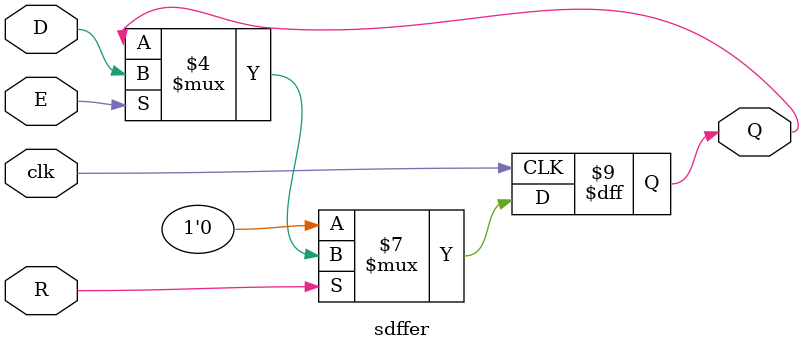
<source format=v>
module sdffer(D,clk,E,R,Q);
input D;      // Data input 
input clk;    // clock input 
input E;      // enable 
input R;      // reset input 
output reg Q;     // output Q 

always @(posedge clk) 

begin
	if (R == 1'b0) begin // sync. reset active low
            Q <= 1'b0;
	end 
	else if (E == 1'b1) begin
            Q <= D; 
        end
end 
endmodule 

</source>
